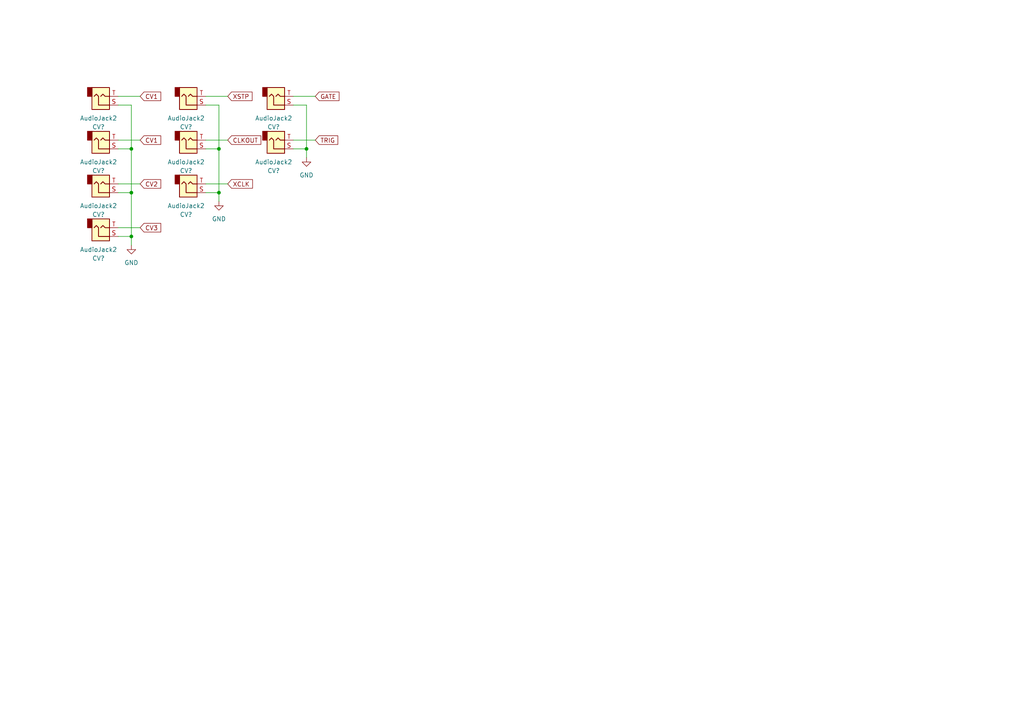
<source format=kicad_sch>
(kicad_sch (version 20230121) (generator eeschema)
  (paper "A4")
  (lib_symbols
    (symbol "Connector-github:AudioJack2"
      (property "Reference" "J" (at 0 8.89 0))
      (property "Value" "AudioJack2" (at 0 6.35 0))
      (symbol "AudioJack2_0_1"
        (rectangle (start -3.81 0) (end -2.54 -2.54) (stroke (width 0.254)) (fill (type outline)))
        (rectangle (start -2.54 3.81) (end 2.54 -2.54) (stroke (width 0.254)) (fill (type background)))
        (polyline (pts (xy 0 0) (xy 0.635 -0.635) (xy 1.27 0) (xy 2.54 0)) (stroke (width 0.254)))
        (polyline (pts (xy 2.54 2.54) (xy -0.635 2.54) (xy -0.635 0) (xy -1.27 -0.635) (xy -1.905 0)) (stroke (width 0.254)))
      )
      (symbol "AudioJack2_1_1"
        (pin passive line (at 5.08 2.54 180) (length 2.54) (name "~") (number "S"))
        (pin passive line (at 5.08 0 180) (length 2.54) (name "~") (number "T"))
      )
    )
    (symbol "power:GND" (power) (pin_names (offset 0))
      (property "Value" "GND" (at 0 -3.81 0))
      (symbol "GND_0_1"
        (polyline (pts (xy 0 0) (xy 0 -1.27) (xy 1.27 -1.27) (xy 0 -2.54) (xy -1.27 -1.27) (xy 0 -1.27)))
      )
      (symbol "GND_1_1"
        (pin power_in line (at 0 0 270) (length 0) hide (name "GND") (number "1"))
      )
    )
  )
  (junction (at 63.5 55.88))
  (junction (at 63.5 43.18))
  (junction (at 88.9 43.18))
  (junction (at 38.1 55.88))
  (junction (at 38.1 43.18))
  (junction (at 38.1 68.58))
  (wire (pts (xy 59.69 30.48) (xy 63.5 30.48)))
  (wire (pts (xy 38.1 68.58) (xy 38.1 71.12)))
  (wire (pts (xy 38.1 30.48) (xy 38.1 43.18)))
  (wire (pts (xy 88.9 30.48) (xy 88.9 43.18)))
  (wire (pts (xy 34.29 43.18) (xy 38.1 43.18)))
  (wire (pts (xy 85.09 40.64) (xy 91.44 40.64)))
  (wire (pts (xy 85.09 43.18) (xy 88.9 43.18)))
  (wire (pts (xy 34.29 66.04) (xy 40.64 66.04)))
  (wire (pts (xy 34.29 40.64) (xy 40.64 40.64)))
  (wire (pts (xy 85.09 27.94) (xy 91.44 27.94)))
  (wire (pts (xy 59.69 53.34) (xy 66.04 53.34)))
  (wire (pts (xy 59.69 43.18) (xy 63.5 43.18)))
  (wire (pts (xy 59.69 40.64) (xy 66.04 40.64)))
  (wire (pts (xy 34.29 68.58) (xy 38.1 68.58)))
  (wire (pts (xy 34.29 53.34) (xy 40.64 53.34)))
  (wire (pts (xy 38.1 55.88) (xy 38.1 68.58)))
  (wire (pts (xy 59.69 55.88) (xy 63.5 55.88)))
  (wire (pts (xy 38.1 43.18) (xy 38.1 55.88)))
  (wire (pts (xy 63.5 55.88) (xy 63.5 58.42)))
  (wire (pts (xy 34.29 55.88) (xy 38.1 55.88)))
  (wire (pts (xy 85.09 30.48) (xy 88.9 30.48)))
  (wire (pts (xy 63.5 43.18) (xy 63.5 55.88)))
  (wire (pts (xy 59.69 27.94) (xy 66.04 27.94)))
  (wire (pts (xy 88.9 43.18) (xy 88.9 45.72)))
  (wire (pts (xy 34.29 27.94) (xy 40.64 27.94)))
  (wire (pts (xy 34.29 30.48) (xy 38.1 30.48)))
  (wire (pts (xy 63.5 30.48) (xy 63.5 43.18)))
  (global_label "CV1" (shape input) (at 40.64 27.94 0) (property "Intersheetrefs" "${INTERSHEET_REFS}" (effects hide)))
  (global_label "CV3" (shape input) (at 40.64 66.04 0) (property "Intersheetrefs" "${INTERSHEET_REFS}" (effects hide)))
  (global_label "XSTP" (shape input) (at 66.04 27.94 0) (property "Intersheetrefs" "${INTERSHEET_REFS}" (effects hide)))
  (global_label "CV2" (shape input) (at 40.64 53.34 0) (property "Intersheetrefs" "${INTERSHEET_REFS}" (effects hide)))
  (global_label "CV1" (shape input) (at 40.64 40.64 0) (property "Intersheetrefs" "${INTERSHEET_REFS}" (effects hide)))
  (global_label "XCLK" (shape input) (at 66.04 53.34 0) (property "Intersheetrefs" "${INTERSHEET_REFS}" (effects hide)))
  (global_label "TRIG" (shape input) (at 91.44 40.64 0) (property "Intersheetrefs" "${INTERSHEET_REFS}" (effects hide)))
  (global_label "GATE" (shape input) (at 91.44 27.94 0) (property "Intersheetrefs" "${INTERSHEET_REFS}" (effects hide)))
  (global_label "CLKOUT" (shape input) (at 66.04 40.64 0) (property "Intersheetrefs" "${INTERSHEET_REFS}" (effects hide)))
  (symbol (lib_id "Connector-github:AudioJack2") (at 54.61 40.64 0) (mirror x) (unit 1)
    (property "Reference" "CV?" (at 53.975 49.53 0))
    (property "Value" "AudioJack2" (at 53.975 46.99 0))
    (property "Footprint" "Library:Jack_3.5mm_QingPu_WQP-PJ398SM_Vertical_CircularHoles" (effects hide))
    (instances (project "Sequencer-controls" (path "" (reference "CV?") (unit 1)) (path "" (reference "CLKOUT1") (unit 1))) (project "VCA-controls" (path "" (reference "J3") (unit 1))) (project "VCA" (path "" (reference "J3") (unit 1))))
  )
  (symbol (lib_id "Connector-github:AudioJack2") (at 29.21 27.94 0) (mirror x) (unit 1)
    (property "Reference" "CV?" (at 28.575 36.83 0))
    (property "Value" "AudioJack2" (at 28.575 34.29 0))
    (property "Footprint" "Library:Jack_3.5mm_QingPu_WQP-PJ398SM_Vertical_CircularHoles" (effects hide))
    (instances (project "Sequencer-controls" (path "" (reference "CV?") (unit 1)) (path "" (reference "CV1") (unit 1))) (project "VCA-controls" (path "" (reference "J3") (unit 1))) (project "VCA" (path "" (reference "J3") (unit 1))))
  )
  (symbol (lib_id "Connector-github:AudioJack2") (at 54.61 53.34 0) (mirror x) (unit 1)
    (property "Reference" "CV?" (at 53.975 62.23 0))
    (property "Value" "AudioJack2" (at 53.975 59.69 0))
    (property "Footprint" "Library:Jack_3.5mm_QingPu_WQP-PJ398SM_Vertical_CircularHoles" (effects hide))
    (instances (project "Sequencer-controls" (path "" (reference "CV?") (unit 1)) (path "" (reference "XCLK1") (unit 1))) (project "VCA-controls" (path "" (reference "J3") (unit 1))) (project "VCA" (path "" (reference "J3") (unit 1))))
  )
  (symbol (lib_id "power:GND") (at 63.5 58.42 0) (unit 1)
    (property "Reference" "#PWR05" (effects hide))
    (property "Value" "GND" (at 63.5 63.5 0))
  )
  (symbol (lib_id "Connector-github:AudioJack2") (at 80.01 40.64 0) (mirror x) (unit 1)
    (property "Reference" "CV?" (at 79.375 49.53 0))
    (property "Value" "AudioJack2" (at 79.375 46.99 0))
    (property "Footprint" "Library:Jack_3.5mm_QingPu_WQP-PJ398SM_Vertical_CircularHoles" (effects hide))
    (instances (project "Sequencer-controls" (path "" (reference "CV?") (unit 1)) (path "" (reference "TRIG1") (unit 1))) (project "VCA-controls" (path "" (reference "J3") (unit 1))) (project "VCA" (path "" (reference "J3") (unit 1))))
  )
  (symbol (lib_id "Connector-github:AudioJack2") (at 54.61 27.94 0) (mirror x) (unit 1)
    (property "Reference" "CV?" (at 53.975 36.83 0))
    (property "Value" "AudioJack2" (at 53.975 34.29 0))
    (property "Footprint" "Library:Jack_3.5mm_QingPu_WQP-PJ398SM_Vertical_CircularHoles" (effects hide))
    (instances (project "Sequencer-controls" (path "" (reference "CV?") (unit 1)) (path "" (reference "XSTP1") (unit 1))) (project "VCA-controls" (path "" (reference "J3") (unit 1))) (project "VCA" (path "" (reference "J3") (unit 1))))
  )
  (symbol (lib_id "Connector-github:AudioJack2") (at 80.01 27.94 0) (mirror x) (unit 1)
    (property "Reference" "CV?" (at 79.375 36.83 0))
    (property "Value" "AudioJack2" (at 79.375 34.29 0))
    (property "Footprint" "Library:Jack_3.5mm_QingPu_WQP-PJ398SM_Vertical_CircularHoles" (effects hide))
    (instances (project "Sequencer-controls" (path "" (reference "CV?") (unit 1)) (path "" (reference "GATE1") (unit 1))) (project "VCA-controls" (path "" (reference "J3") (unit 1))) (project "VCA" (path "" (reference "J3") (unit 1))))
  )
  (symbol (lib_id "power:GND") (at 38.1 71.12 0) (unit 1)
    (property "Reference" "#PWR04" (effects hide))
    (property "Value" "GND" (at 38.1 76.2 0))
  )
  (symbol (lib_id "Connector-github:AudioJack2") (at 29.21 66.04 0) (mirror x) (unit 1)
    (property "Reference" "CV?" (at 28.575 74.93 0))
    (property "Value" "AudioJack2" (at 28.575 72.39 0))
    (property "Footprint" "Library:Jack_3.5mm_QingPu_WQP-PJ398SM_Vertical_CircularHoles" (effects hide))
    (instances (project "Sequencer-controls" (path "" (reference "CV?") (unit 1)) (path "" (reference "CV4") (unit 1))) (project "VCA-controls" (path "" (reference "J3") (unit 1))) (project "VCA" (path "" (reference "J3") (unit 1))))
  )
  (symbol (lib_id "Connector-github:AudioJack2") (at 29.21 40.64 0) (mirror x) (unit 1)
    (property "Reference" "CV?" (at 28.575 49.53 0))
    (property "Value" "AudioJack2" (at 28.575 46.99 0))
    (property "Footprint" "Library:Jack_3.5mm_QingPu_WQP-PJ398SM_Vertical_CircularHoles" (effects hide))
    (instances (project "Sequencer-controls" (path "" (reference "CV?") (unit 1)) (path "" (reference "CV2") (unit 1))) (project "VCA-controls" (path "" (reference "J3") (unit 1))) (project "VCA" (path "" (reference "J3") (unit 1))))
  )
  (symbol (lib_id "power:GND") (at 88.9 45.72 0) (unit 1)
    (property "Reference" "#PWR06" (effects hide))
    (property "Value" "GND" (at 88.9 50.8 0))
  )
  (symbol (lib_id "Connector-github:AudioJack2") (at 29.21 53.34 0) (mirror x) (unit 1)
    (property "Reference" "CV?" (at 28.575 62.23 0))
    (property "Value" "AudioJack2" (at 28.575 59.69 0))
    (property "Footprint" "Library:Jack_3.5mm_QingPu_WQP-PJ398SM_Vertical_CircularHoles" (effects hide))
    (instances (project "Sequencer-controls" (path "" (reference "CV?") (unit 1)) (path "" (reference "CV3") (unit 1))) (project "VCA-controls" (path "" (reference "J3") (unit 1))) (project "VCA" (path "" (reference "J3") (unit 1))))
  )
)
</source>
